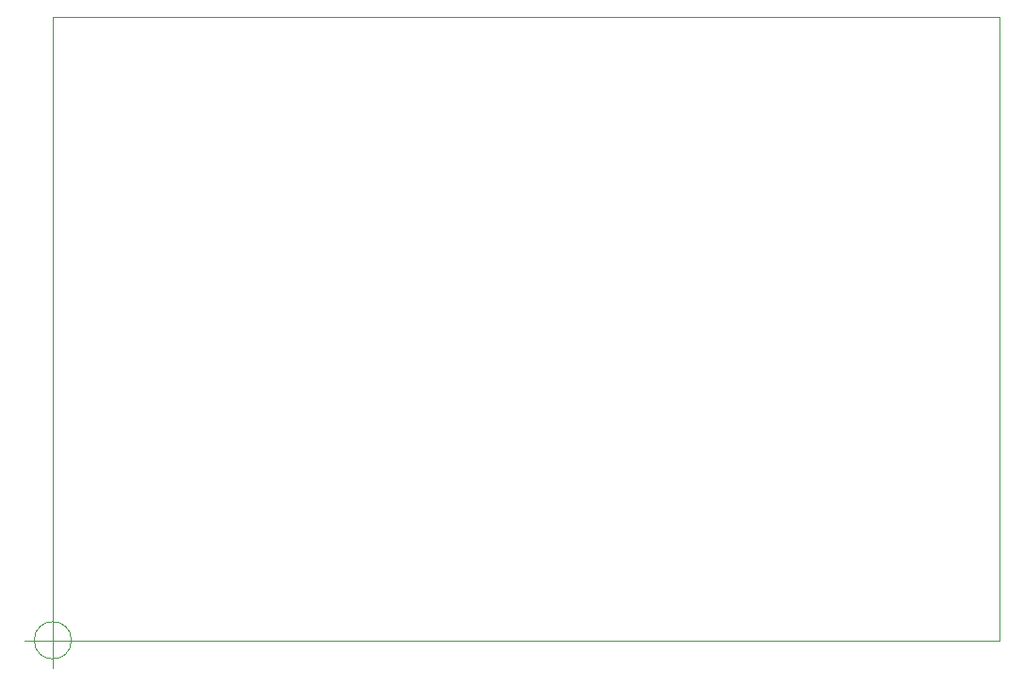
<source format=gm1>
G04 #@! TF.FileFunction,Profile,NP*
%FSLAX46Y46*%
G04 Gerber Fmt 4.6, Leading zero omitted, Abs format (unit mm)*
G04 Created by KiCad (PCBNEW 4.0.2-stable) date 3/7/2016 10:52:06 AM*
%MOMM*%
G01*
G04 APERTURE LIST*
%ADD10C,0.100000*%
G04 APERTURE END LIST*
D10*
X42666666Y-73000000D02*
G75*
G03X42666666Y-73000000I-1666666J0D01*
G01*
X38500000Y-73000000D02*
X43500000Y-73000000D01*
X41000000Y-70500000D02*
X41000000Y-75500000D01*
X126000000Y-73000000D02*
X41000000Y-73000000D01*
X126000000Y-17000000D02*
X126000000Y-73000000D01*
X41000000Y-17000000D02*
X126000000Y-17000000D01*
X41000000Y-73000000D02*
X41000000Y-17000000D01*
M02*

</source>
